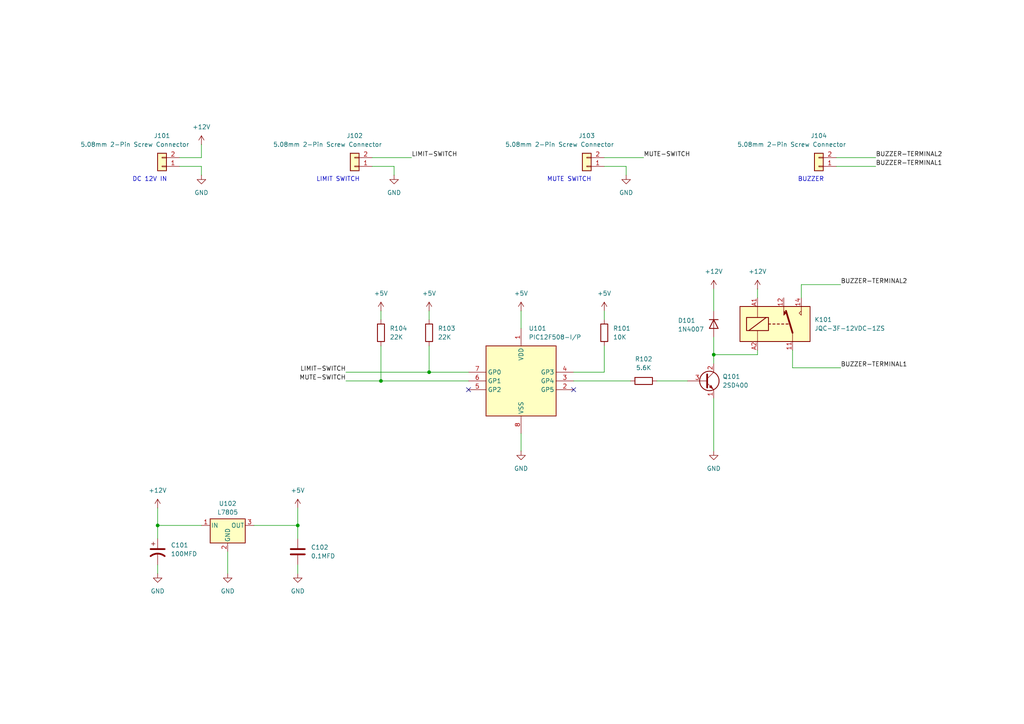
<source format=kicad_sch>
(kicad_sch (version 20231120) (generator "eeschema") (generator_version "8.0")
  (paper "A4")
  (title_block (title "Buzzer Controller") (date "2024-10-11") (rev "1.0.0") (company "Dilshan R Jayakody") (comment 1 "jayakody2000lk@gmail.com") (comment 2 "https://jayakody2000lk.blogspot.com"))
  (lib_symbols
    (symbol "Connector_Generic:Conn_01x02" (pin_names (offset 1.016) hide)
      (property "Reference" "J" (at 0 2.54 0))
      (property "Value" "Conn_01x02" (at 0 -5.08 0))
      (symbol "Conn_01x02_1_1"
        (rectangle (start -1.27 -2.413) (end 0 -2.667) (stroke (width 0.1524)))
        (rectangle (start -1.27 0.127) (end 0 -0.127) (stroke (width 0.1524)))
        (rectangle (start -1.27 1.27) (end 1.27 -3.81) (stroke (width 0.254)) (fill (type background)))
        (pin passive line (at -5.08 0 0) (length 3.81) (name "Pin_1") (number "1"))
        (pin passive line (at -5.08 -2.54 0) (length 3.81) (name "Pin_2") (number "2"))
      )
    )
    (symbol "Device:C" (pin_numbers hide) (pin_names (offset 0.254))
      (property "Reference" "C" (at 0.635 2.54 0))
      (property "Value" "C" (at 0.635 -2.54 0))
      (symbol "C_0_1"
        (polyline (pts (xy -2.032 -0.762) (xy 2.032 -0.762)) (stroke (width 0.508)))
        (polyline (pts (xy -2.032 0.762) (xy 2.032 0.762)) (stroke (width 0.508)))
      )
      (symbol "C_1_1"
        (pin passive line (at 0 3.81 270) (length 2.794) (name "~") (number "1"))
        (pin passive line (at 0 -3.81 90) (length 2.794) (name "~") (number "2"))
      )
    )
    (symbol "Device:C_Polarized_US" (pin_numbers hide) (pin_names (offset 0.254) hide)
      (property "Reference" "C" (at 0.635 2.54 0))
      (property "Value" "C_Polarized_US" (at 0.635 -2.54 0))
      (symbol "C_Polarized_US_0_1"
        (polyline (pts (xy -2.032 0.762) (xy 2.032 0.762)) (stroke (width 0.508)))
        (polyline (pts (xy -1.778 2.286) (xy -0.762 2.286)))
        (polyline (pts (xy -1.27 1.778) (xy -1.27 2.794)))
        (arc (start 2.032 -1.27) (mid 0 -0.5572) (end -2.032 -1.27) (stroke (width 0.508)))
      )
      (symbol "C_Polarized_US_1_1"
        (pin passive line (at 0 3.81 270) (length 2.794) (name "~") (number "1"))
        (pin passive line (at 0 -3.81 90) (length 3.302) (name "~") (number "2"))
      )
    )
    (symbol "Device:Q_NPN_ECB" (pin_names (offset 0) hide)
      (property "Reference" "Q" (at 5.08 1.27 0))
      (property "Value" "Q_NPN_ECB" (at 5.08 -1.27 0))
      (symbol "Q_NPN_ECB_0_1"
        (polyline (pts (xy 0.635 0.635) (xy 2.54 2.54)))
        (polyline (pts (xy 0.635 -0.635) (xy 2.54 -2.54) (xy 2.54 -2.54)))
        (polyline (pts (xy 0.635 1.905) (xy 0.635 -1.905) (xy 0.635 -1.905)) (stroke (width 0.508)))
        (polyline (pts (xy 1.27 -1.778) (xy 1.778 -1.27) (xy 2.286 -2.286) (xy 1.27 -1.778) (xy 1.27 -1.778)) (fill (type outline)))
        (circle (center 1.27 0) (radius 2.8194) (stroke (width 0.254)))
      )
      (symbol "Q_NPN_ECB_1_1"
        (pin passive line (at 2.54 -5.08 90) (length 2.54) (name "E") (number "1"))
        (pin passive line (at 2.54 5.08 270) (length 2.54) (name "C") (number "2"))
        (pin passive line (at -5.08 0 0) (length 5.715) (name "B") (number "3"))
      )
    )
    (symbol "Device:R" (pin_numbers hide) (pin_names (offset 0))
      (property "Reference" "R" (at 2.032 0 90))
      (property "Value" "R" (at 0 0 90))
      (symbol "R_0_1"
        (rectangle (start -1.016 -2.54) (end 1.016 2.54) (stroke (width 0.254)))
      )
      (symbol "R_1_1"
        (pin passive line (at 0 3.81 270) (length 1.27) (name "~") (number "1"))
        (pin passive line (at 0 -3.81 90) (length 1.27) (name "~") (number "2"))
      )
    )
    (symbol "Diode:1N4007" (pin_numbers hide) (pin_names hide)
      (property "Reference" "D" (at 0 2.54 0))
      (property "Value" "1N4007" (at 0 -2.54 0))
      (symbol "1N4007_0_1"
        (polyline (pts (xy -1.27 1.27) (xy -1.27 -1.27)) (stroke (width 0.254)))
        (polyline (pts (xy 1.27 0) (xy -1.27 0)))
        (polyline (pts (xy 1.27 1.27) (xy 1.27 -1.27) (xy -1.27 0) (xy 1.27 1.27)) (stroke (width 0.254)))
      )
      (symbol "1N4007_1_1"
        (pin passive line (at -3.81 0 0) (length 2.54) (name "K") (number "1"))
        (pin passive line (at 3.81 0 180) (length 2.54) (name "A") (number "2"))
      )
    )
    (symbol "MCU_Microchip_PIC12:PIC12F508-xP"
      (property "Reference" "U" (at 1.27 13.97 0))
      (property "Value" "PIC12F508-xP" (at 1.27 11.43 0))
      (symbol "PIC12F508-xP_0_1"
        (rectangle (start 10.16 -10.16) (end -10.16 10.16) (stroke (width 0.254)) (fill (type background)))
      )
      (symbol "PIC12F508-xP_1_1"
        (pin power_in line (at 0 15.24 270) (length 5.08) (name "VDD") (number "1"))
        (pin bidirectional line (at 15.24 -2.54 180) (length 5.08) (name "GP5") (number "2"))
        (pin bidirectional line (at 15.24 0 180) (length 5.08) (name "GP4") (number "3"))
        (pin input line (at 15.24 2.54 180) (length 5.08) (name "GP3") (number "4"))
        (pin bidirectional line (at -15.24 -2.54 0) (length 5.08) (name "GP2") (number "5"))
        (pin bidirectional line (at -15.24 0 0) (length 5.08) (name "GP1") (number "6"))
        (pin bidirectional line (at -15.24 2.54 0) (length 5.08) (name "GP0") (number "7"))
        (pin power_in line (at 0 -15.24 90) (length 5.08) (name "VSS") (number "8"))
      )
    )
    (symbol "Regulator_Linear:L7805" (pin_names (offset 0.254))
      (property "Reference" "U" (at -3.81 3.175 0))
      (property "Value" "L7805" (at 0 3.175 0))
      (symbol "L7805_0_1"
        (rectangle (start -5.08 1.905) (end 5.08 -5.08) (stroke (width 0.254)) (fill (type background)))
      )
      (symbol "L7805_1_1"
        (pin power_in line (at -7.62 0 0) (length 2.54) (name "IN") (number "1"))
        (pin power_in line (at 0 -7.62 90) (length 2.54) (name "GND") (number "2"))
        (pin power_out line (at 7.62 0 180) (length 2.54) (name "OUT") (number "3"))
      )
    )
    (symbol "Relay:Relay_SPDT"
      (property "Reference" "K" (at 11.43 3.81 0))
      (property "Value" "Relay_SPDT" (at 11.43 1.27 0))
      (symbol "Relay_SPDT_0_0"
        (polyline (pts (xy 7.62 5.08) (xy 7.62 2.54) (xy 6.985 3.175) (xy 7.62 3.81)))
      )
      (symbol "Relay_SPDT_0_1"
        (rectangle (start -10.16 5.08) (end 10.16 -5.08) (stroke (width 0.254)) (fill (type background)))
        (rectangle (start -8.255 1.905) (end -1.905 -1.905) (stroke (width 0.254)))
        (polyline (pts (xy -7.62 -1.905) (xy -2.54 1.905)) (stroke (width 0.254)))
        (polyline (pts (xy -5.08 -5.08) (xy -5.08 -1.905)))
        (polyline (pts (xy -5.08 5.08) (xy -5.08 1.905)))
        (polyline (pts (xy -1.905 0) (xy -1.27 0)) (stroke (width 0.254)))
        (polyline (pts (xy -0.635 0) (xy 0 0)) (stroke (width 0.254)))
        (polyline (pts (xy 0.635 0) (xy 1.27 0)) (stroke (width 0.254)))
        (polyline (pts (xy 1.905 0) (xy 2.54 0)) (stroke (width 0.254)))
        (polyline (pts (xy 3.175 0) (xy 3.81 0)) (stroke (width 0.254)))
        (polyline (pts (xy 5.08 -2.54) (xy 3.175 3.81)) (stroke (width 0.508)))
        (polyline (pts (xy 5.08 -2.54) (xy 5.08 -5.08)))
        (polyline (pts (xy 2.54 5.08) (xy 2.54 2.54) (xy 3.175 3.175) (xy 2.54 3.81)) (fill (type outline)))
      )
      (symbol "Relay_SPDT_1_1"
        (pin passive line (at 5.08 -7.62 90) (length 2.54) (name "~") (number "11"))
        (pin passive line (at 2.54 7.62 270) (length 2.54) (name "~") (number "12"))
        (pin passive line (at 7.62 7.62 270) (length 2.54) (name "~") (number "14"))
        (pin passive line (at -5.08 7.62 270) (length 2.54) (name "~") (number "A1"))
        (pin passive line (at -5.08 -7.62 90) (length 2.54) (name "~") (number "A2"))
      )
    )
    (symbol "power:+12V" (power) (pin_numbers hide) (pin_names (offset 0) hide)
      (property "Value" "+12V" (at 0 3.556 0))
      (symbol "+12V_0_1"
        (polyline (pts (xy -0.762 1.27) (xy 0 2.54)))
        (polyline (pts (xy 0 0) (xy 0 2.54)))
        (polyline (pts (xy 0 2.54) (xy 0.762 1.27)))
      )
      (symbol "+12V_1_1"
        (pin power_in line (at 0 0 90) (length 0) (name "~") (number "1"))
      )
    )
    (symbol "power:+5V" (power) (pin_numbers hide) (pin_names (offset 0) hide)
      (property "Value" "+5V" (at 0 3.556 0))
      (symbol "+5V_0_1"
        (polyline (pts (xy -0.762 1.27) (xy 0 2.54)))
        (polyline (pts (xy 0 0) (xy 0 2.54)))
        (polyline (pts (xy 0 2.54) (xy 0.762 1.27)))
      )
      (symbol "+5V_1_1"
        (pin power_in line (at 0 0 90) (length 0) (name "~") (number "1"))
      )
    )
    (symbol "power:GND" (power) (pin_numbers hide) (pin_names (offset 0) hide)
      (property "Value" "GND" (at 0 -3.81 0))
      (symbol "GND_0_1"
        (polyline (pts (xy 0 0) (xy 0 -1.27) (xy 1.27 -1.27) (xy 0 -2.54) (xy -1.27 -1.27) (xy 0 -1.27)))
      )
      (symbol "GND_1_1"
        (pin power_in line (at 0 0 270) (length 0) (name "~") (number "1"))
      )
    )
  )
  (junction (at 86.36 152.4))
  (junction (at 110.49 110.49))
  (junction (at 207.01 102.87))
  (junction (at 124.46 107.95))
  (junction (at 45.72 152.4))
  (no_connect (at 166.37 113.03))
  (no_connect (at 135.89 113.03))
  (wire (pts (xy 243.84 106.68) (xy 229.87 106.68)))
  (wire (pts (xy 135.89 107.95) (xy 124.46 107.95)))
  (wire (pts (xy 229.87 106.68) (xy 229.87 101.6)))
  (wire (pts (xy 114.3 48.26) (xy 114.3 50.8)))
  (wire (pts (xy 86.36 147.32) (xy 86.36 152.4)))
  (wire (pts (xy 175.26 45.72) (xy 186.69 45.72)))
  (wire (pts (xy 175.26 107.95) (xy 175.26 100.33)))
  (wire (pts (xy 135.89 110.49) (xy 110.49 110.49)))
  (wire (pts (xy 175.26 90.17) (xy 175.26 92.71)))
  (wire (pts (xy 52.07 48.26) (xy 58.42 48.26)))
  (wire (pts (xy 207.01 97.79) (xy 207.01 102.87)))
  (wire (pts (xy 232.41 86.36) (xy 232.41 82.55)))
  (wire (pts (xy 207.01 115.57) (xy 207.01 130.81)))
  (wire (pts (xy 166.37 107.95) (xy 175.26 107.95)))
  (wire (pts (xy 107.95 48.26) (xy 114.3 48.26)))
  (wire (pts (xy 232.41 82.55) (xy 243.84 82.55)))
  (wire (pts (xy 110.49 110.49) (xy 110.49 100.33)))
  (wire (pts (xy 219.71 83.82) (xy 219.71 86.36)))
  (wire (pts (xy 151.13 90.17) (xy 151.13 95.25)))
  (wire (pts (xy 58.42 48.26) (xy 58.42 50.8)))
  (wire (pts (xy 58.42 45.72) (xy 58.42 41.91)))
  (wire (pts (xy 124.46 107.95) (xy 124.46 100.33)))
  (wire (pts (xy 100.33 107.95) (xy 124.46 107.95)))
  (wire (pts (xy 151.13 125.73) (xy 151.13 130.81)))
  (wire (pts (xy 107.95 45.72) (xy 119.38 45.72)))
  (wire (pts (xy 86.36 163.83) (xy 86.36 166.37)))
  (wire (pts (xy 242.57 45.72) (xy 254 45.72)))
  (wire (pts (xy 45.72 163.83) (xy 45.72 166.37)))
  (wire (pts (xy 219.71 102.87) (xy 207.01 102.87)))
  (wire (pts (xy 166.37 110.49) (xy 182.88 110.49)))
  (wire (pts (xy 207.01 102.87) (xy 207.01 105.41)))
  (wire (pts (xy 181.61 48.26) (xy 181.61 50.8)))
  (wire (pts (xy 86.36 152.4) (xy 86.36 156.21)))
  (wire (pts (xy 219.71 101.6) (xy 219.71 102.87)))
  (wire (pts (xy 66.04 160.02) (xy 66.04 166.37)))
  (wire (pts (xy 52.07 45.72) (xy 58.42 45.72)))
  (wire (pts (xy 190.5 110.49) (xy 199.39 110.49)))
  (wire (pts (xy 58.42 152.4) (xy 45.72 152.4)))
  (wire (pts (xy 207.01 83.82) (xy 207.01 90.17)))
  (wire (pts (xy 86.36 152.4) (xy 73.66 152.4)))
  (wire (pts (xy 45.72 152.4) (xy 45.72 156.21)))
  (wire (pts (xy 100.33 110.49) (xy 110.49 110.49)))
  (wire (pts (xy 124.46 90.17) (xy 124.46 92.71)))
  (wire (pts (xy 175.26 48.26) (xy 181.61 48.26)))
  (wire (pts (xy 45.72 147.32) (xy 45.72 152.4)))
  (wire (pts (xy 242.57 48.26) (xy 254 48.26)))
  (wire (pts (xy 110.49 90.17) (xy 110.49 92.71)))
  (text "DC 12V IN" (at 43.434 52.07 0) (effects (font (size 1.27 1.27))))
  (text "MUTE SWITCH" (at 165.1 52.07 0) (effects (font (size 1.27 1.27))))
  (text "BUZZER" (at 235.204 52.07 0) (effects (font (size 1.27 1.27))))
  (text "LIMIT SWITCH" (at 98.044 52.07 0) (effects (font (size 1.27 1.27))))
  (label "LIMIT-SWITCH" (at 100.33 107.95 180))
  (label "BUZZER-TERMINAL2" (at 243.84 82.55 0))
  (label "LIMIT-SWITCH" (at 119.38 45.72 0))
  (label "MUTE-SWITCH" (at 186.69 45.72 0))
  (label "BUZZER-TERMINAL2" (at 254 45.72 0))
  (label "BUZZER-TERMINAL1" (at 243.84 106.68 0))
  (label "MUTE-SWITCH" (at 100.33 110.49 180))
  (label "BUZZER-TERMINAL1" (at 254 48.26 0))
  (symbol (lib_id "Device:C_Polarized_US") (at 45.72 160.02 0) (unit 1)
    (property "Reference" "C101" (at 49.53 158.1149 0) (effects (justify left)))
    (property "Value" "100MFD" (at 49.53 160.6549 0) (effects (justify left)))
    (property "Description" "Polarized capacitor, US symbol" (effects (hide yes)))
  )
  (symbol (lib_id "Connector_Generic:Conn_01x02") (at 170.18 48.26 180) (unit 1)
    (property "Reference" "J103" (at 170.18 39.37 0))
    (property "Value" "5.08mm 2-Pin Screw Connector" (at 162.306 41.91 0))
    (property "Description" "Generic connector, single row, 01x02, script generated (kicad-library-utils/schlib/autogen/connector/)" (effects (hide yes)))
  )
  (symbol (lib_id "Relay:Relay_SPDT") (at 224.79 93.98 0) (unit 1)
    (property "Reference" "K101" (at 236.22 92.7099 0) (effects (justify left)))
    (property "Value" "JQC-3F-12VDC-1ZS" (at 236.22 95.2499 0) (effects (justify left)))
    (property "Description" "Monostable Relay SPDT, EN50005" (effects (hide yes)))
  )
  (symbol (lib_id "power:+5V") (at 175.26 90.17 0) (unit 1)
    (property "Reference" "#PWR0103" (effects (hide yes)))
    (property "Value" "+5V" (at 175.26 85.09 0))
    (property "Description" "Power symbol creates a global label with name \"+5V\"" (effects (hide yes)))
  )
  (symbol (lib_id "power:+12V") (at 207.01 83.82 0) (unit 1)
    (property "Reference" "#PWR0106" (effects (hide yes)))
    (property "Value" "+12V" (at 207.01 78.74 0))
    (property "Description" "Power symbol creates a global label with name \"+12V\"" (effects (hide yes)))
  )
  (symbol (lib_id "Device:C") (at 86.36 160.02 0) (unit 1)
    (property "Reference" "C102" (at 90.17 158.7499 0) (effects (justify left)))
    (property "Value" "0.1MFD" (at 90.17 161.2899 0) (effects (justify left)))
    (property "Description" "Unpolarized capacitor" (effects (hide yes)))
  )
  (symbol (lib_id "power:GND") (at 86.36 166.37 0) (unit 1)
    (property "Reference" "#PWR0112" (effects (hide yes)))
    (property "Value" "GND" (at 86.36 171.45 0))
    (property "Description" "Power symbol creates a global label with name \"GND\" , ground" (effects (hide yes)))
  )
  (symbol (lib_id "Device:R") (at 110.49 96.52 0) (unit 1)
    (property "Reference" "R104" (at 113.03 95.2499 0) (effects (justify left)))
    (property "Value" "22K" (at 113.03 97.7899 0) (effects (justify left)))
    (property "Description" "Resistor" (effects (hide yes)))
  )
  (symbol (lib_id "power:GND") (at 66.04 166.37 0) (unit 1)
    (property "Reference" "#PWR0109" (effects (hide yes)))
    (property "Value" "GND" (at 66.04 171.45 0))
    (property "Description" "Power symbol creates a global label with name \"GND\" , ground" (effects (hide yes)))
  )
  (symbol (lib_id "power:GND") (at 151.13 130.81 0) (unit 1)
    (property "Reference" "#PWR0102" (effects (hide yes)))
    (property "Value" "GND" (at 151.13 135.89 0))
    (property "Description" "Power symbol creates a global label with name \"GND\" , ground" (effects (hide yes)))
  )
  (symbol (lib_id "power:+5V") (at 151.13 90.17 0) (unit 1)
    (property "Reference" "#PWR0101" (effects (hide yes)))
    (property "Value" "+5V" (at 151.13 85.09 0))
    (property "Description" "Power symbol creates a global label with name \"+5V\"" (effects (hide yes)))
  )
  (symbol (lib_id "Connector_Generic:Conn_01x02") (at 237.49 48.26 180) (unit 1)
    (property "Reference" "J104" (at 237.49 39.37 0))
    (property "Value" "5.08mm 2-Pin Screw Connector" (at 229.616 41.91 0))
    (property "Description" "Generic connector, single row, 01x02, script generated (kicad-library-utils/schlib/autogen/connector/)" (effects (hide yes)))
  )
  (symbol (lib_id "Device:Q_NPN_ECB") (at 204.47 110.49 0) (unit 1)
    (property "Reference" "Q101" (at 209.55 109.2199 0) (effects (justify left)))
    (property "Value" "2SD400" (at 209.55 111.7599 0) (effects (justify left)))
    (property "Description" "NPN transistor, emitter/collector/base" (effects (hide yes)))
  )
  (symbol (lib_id "power:GND") (at 181.61 50.8 0) (unit 1)
    (property "Reference" "#PWR0116" (effects (hide yes)))
    (property "Value" "GND" (at 181.61 55.88 0))
    (property "Description" "Power symbol creates a global label with name \"GND\" , ground" (effects (hide yes)))
  )
  (symbol (lib_id "Connector_Generic:Conn_01x02") (at 46.99 48.26 180) (unit 1)
    (property "Reference" "J101" (at 46.99 39.37 0))
    (property "Value" "5.08mm 2-Pin Screw Connector" (at 39.116 41.91 0))
    (property "Description" "Generic connector, single row, 01x02, script generated (kicad-library-utils/schlib/autogen/connector/)" (effects (hide yes)))
  )
  (symbol (lib_id "power:+12V") (at 58.42 41.91 0) (unit 1)
    (property "Reference" "#PWR0115" (effects (hide yes)))
    (property "Value" "+12V" (at 58.42 36.83 0))
    (property "Description" "Power symbol creates a global label with name \"+12V\"" (effects (hide yes)))
  )
  (symbol (lib_id "Device:R") (at 124.46 96.52 0) (unit 1)
    (property "Reference" "R103" (at 127 95.2499 0) (effects (justify left)))
    (property "Value" "22K" (at 127 97.7899 0) (effects (justify left)))
    (property "Description" "Resistor" (effects (hide yes)))
  )
  (symbol (lib_id "Device:R") (at 175.26 96.52 0) (unit 1)
    (property "Reference" "R101" (at 177.8 95.2499 0) (effects (justify left)))
    (property "Value" "10K" (at 177.8 97.7899 0) (effects (justify left)))
    (property "Description" "Resistor" (effects (hide yes)))
  )
  (symbol (lib_id "power:+5V") (at 124.46 90.17 0) (unit 1)
    (property "Reference" "#PWR0108" (effects (hide yes)))
    (property "Value" "+5V" (at 124.46 85.09 0))
    (property "Description" "Power symbol creates a global label with name \"+5V\"" (effects (hide yes)))
  )
  (symbol (lib_id "power:GND") (at 45.72 166.37 0) (unit 1)
    (property "Reference" "#PWR0110" (effects (hide yes)))
    (property "Value" "GND" (at 45.72 171.45 0))
    (property "Description" "Power symbol creates a global label with name \"GND\" , ground" (effects (hide yes)))
  )
  (symbol (lib_id "power:GND") (at 207.01 130.81 0) (unit 1)
    (property "Reference" "#PWR0104" (effects (hide yes)))
    (property "Value" "GND" (at 207.01 135.89 0))
    (property "Description" "Power symbol creates a global label with name \"GND\" , ground" (effects (hide yes)))
  )
  (symbol (lib_id "power:+5V") (at 86.36 147.32 0) (unit 1)
    (property "Reference" "#PWR0113" (effects (hide yes)))
    (property "Value" "+5V" (at 86.36 142.24 0))
    (property "Description" "Power symbol creates a global label with name \"+5V\"" (effects (hide yes)))
  )
  (symbol (lib_id "power:GND") (at 114.3 50.8 0) (unit 1)
    (property "Reference" "#PWR0117" (effects (hide yes)))
    (property "Value" "GND" (at 114.3 55.88 0))
    (property "Description" "Power symbol creates a global label with name \"GND\" , ground" (effects (hide yes)))
  )
  (symbol (lib_id "MCU_Microchip_PIC12:PIC12F508-xP") (at 151.13 110.49 0) (unit 1)
    (property "Reference" "U101" (at 153.3241 95.25 0) (effects (justify left)))
    (property "Value" "PIC12F508-I/P" (at 153.3241 97.79 0) (effects (justify left)))
    (property "Footprint" "Package_DIP:DIP-8_W7.62mm" (effects (hide yes)))
    (property "Datasheet" "https://ww1.microchip.com/downloads/en/DeviceDoc/41236E.pdf" (effects (hide yes)))
    (property "Description" "512W Flash, 25B SRAM, PDIP-8" (effects (hide yes)))
  )
  (symbol (lib_id "Device:R") (at 186.69 110.49 90) (unit 1)
    (property "Reference" "R102" (at 186.69 104.14 90))
    (property "Value" "5.6K" (at 186.69 106.68 90))
    (property "Description" "Resistor" (effects (hide yes)))
  )
  (symbol (lib_id "power:GND") (at 58.42 50.8 0) (unit 1)
    (property "Reference" "#PWR0114" (effects (hide yes)))
    (property "Value" "GND" (at 58.42 55.88 0))
    (property "Description" "Power symbol creates a global label with name \"GND\" , ground" (effects (hide yes)))
  )
  (symbol (lib_id "power:+5V") (at 110.49 90.17 0) (unit 1)
    (property "Reference" "#PWR0107" (effects (hide yes)))
    (property "Value" "+5V" (at 110.49 85.09 0))
    (property "Description" "Power symbol creates a global label with name \"+5V\"" (effects (hide yes)))
  )
  (symbol (lib_id "Connector_Generic:Conn_01x02") (at 102.87 48.26 180) (unit 1)
    (property "Reference" "J102" (at 102.87 39.37 0))
    (property "Value" "5.08mm 2-Pin Screw Connector" (at 94.996 41.91 0))
    (property "Description" "Generic connector, single row, 01x02, script generated (kicad-library-utils/schlib/autogen/connector/)" (effects (hide yes)))
  )
  (symbol (lib_id "Diode:1N4007") (at 207.01 93.98 270) (unit 1)
    (property "Reference" "D101" (at 196.596 92.964 90) (effects (justify left)))
    (property "Value" "1N4007" (at 196.596 95.504 90) (effects (justify left)))
    (property "Footprint" "Diode_THT:D_DO-41_SOD81_P10.16mm_Horizontal" (effects (hide yes)))
    (property "Datasheet" "http://www.vishay.com/docs/88503/1n4001.pdf" (effects (hide yes)))
    (property "Description" "1000V 1A General Purpose Rectifier Diode, DO-41" (effects (hide yes)))
    (property "Sim.Device" "D" (effects (hide yes)))
    (property "Sim.Pins" "1=K 2=A" (effects (hide yes)))
  )
  (symbol (lib_id "power:+12V") (at 45.72 147.32 0) (unit 1)
    (property "Reference" "#PWR0111" (effects (hide yes)))
    (property "Value" "+12V" (at 45.72 142.24 0))
    (property "Description" "Power symbol creates a global label with name \"+12V\"" (effects (hide yes)))
  )
  (symbol (lib_id "power:+12V") (at 219.71 83.82 0) (unit 1)
    (property "Reference" "#PWR0105" (effects (hide yes)))
    (property "Value" "+12V" (at 219.71 78.74 0))
    (property "Description" "Power symbol creates a global label with name \"+12V\"" (effects (hide yes)))
  )
  (symbol (lib_id "Regulator_Linear:L7805") (at 66.04 152.4 0) (unit 1)
    (property "Reference" "U102" (at 66.04 146.05 0))
    (property "Value" "L7805" (at 66.04 148.59 0))
    (property "Datasheet" "http://www.st.com/content/ccc/resource/technical/document/datasheet/41/4f/b3/b0/12/d4/47/88/CD00000444.pdf/files/CD00000444.pdf/jcr:content/translations/en.CD00000444.pdf" (effects (hide yes)))
    (property "Description" "Positive 1.5A 35V Linear Regulator, Fixed Output 5V, TO-220/TO-263/TO-252" (effects (hide yes)))
  )
)
</source>
